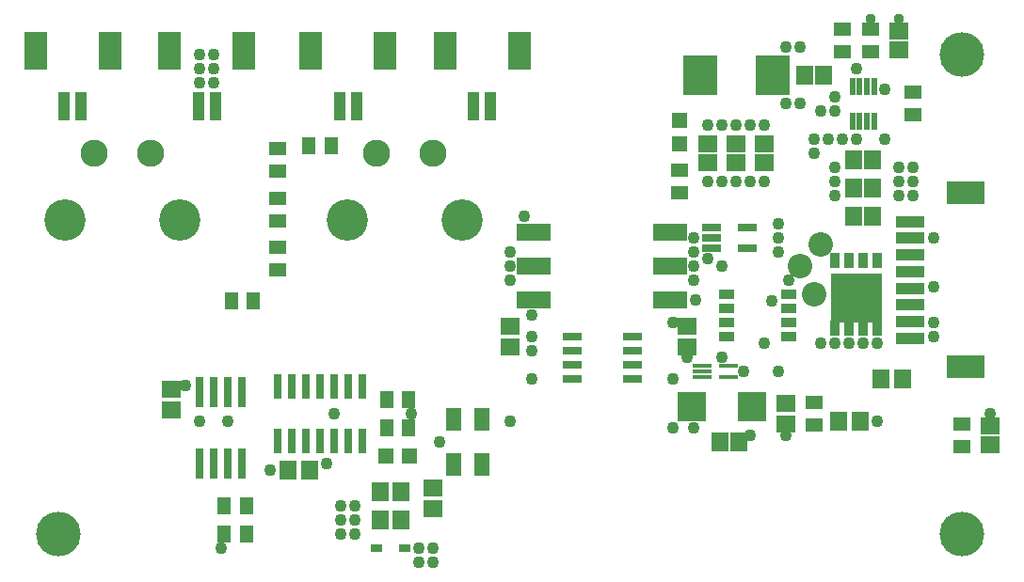
<source format=gts>
G75*
%MOIN*%
%OFA0B0*%
%FSLAX25Y25*%
%IPPOS*%
%LPD*%
%AMOC8*
5,1,8,0,0,1.08239X$1,22.5*
%
%ADD10C,0.15800*%
%ADD11R,0.03950X0.10249*%
%ADD12R,0.07887X0.13792*%
%ADD13R,0.06902X0.03162*%
%ADD14R,0.06706X0.05918*%
%ADD15R,0.05800X0.03300*%
%ADD16R,0.03400X0.05800*%
%ADD17C,0.04300*%
%ADD18R,0.18400X0.17600*%
%ADD19C,0.08674*%
%ADD20R,0.05918X0.06706*%
%ADD21R,0.06312X0.05131*%
%ADD22R,0.12020X0.14186*%
%ADD23R,0.02165X0.06496*%
%ADD24R,0.05524X0.05524*%
%ADD25R,0.05131X0.06312*%
%ADD26R,0.12237X0.06300*%
%ADD27R,0.05524X0.08083*%
%ADD28R,0.04343X0.03162*%
%ADD29R,0.10249X0.03950*%
%ADD30R,0.13792X0.07887*%
%ADD31C,0.14643*%
%ADD32C,0.09658*%
%ADD33R,0.10446X0.02572*%
%ADD34R,0.06509X0.01784*%
%ADD35R,0.03000X0.08600*%
%ADD36R,0.03162X0.10839*%
%ADD37C,0.04343*%
%ADD38C,0.03769*%
D10*
X0052000Y0052000D03*
X0372000Y0052000D03*
X0372000Y0222000D03*
D11*
X0204953Y0203500D03*
X0199047Y0203500D03*
X0157453Y0203500D03*
X0151547Y0203500D03*
X0107453Y0203500D03*
X0101547Y0203500D03*
X0059953Y0203500D03*
X0054047Y0203500D03*
D12*
X0043811Y0223382D03*
X0070189Y0223382D03*
X0091311Y0223382D03*
X0117689Y0223382D03*
X0141311Y0223382D03*
X0167689Y0223382D03*
X0188811Y0223382D03*
X0215189Y0223382D03*
D13*
X0283201Y0160740D03*
X0283201Y0157000D03*
X0283201Y0153260D03*
X0295799Y0153260D03*
X0295799Y0160740D03*
X0255130Y0122000D03*
X0255130Y0117000D03*
X0255130Y0112000D03*
X0255130Y0107000D03*
X0233870Y0107000D03*
X0233870Y0112000D03*
X0233870Y0117000D03*
X0233870Y0122000D03*
D14*
X0212000Y0118260D03*
X0212000Y0125740D03*
X0274500Y0125740D03*
X0274500Y0118260D03*
X0309500Y0098240D03*
X0309500Y0090760D03*
X0382000Y0090346D03*
X0382000Y0083654D03*
X0302000Y0183654D03*
X0292000Y0183654D03*
X0292000Y0190346D03*
X0302000Y0190346D03*
X0282000Y0190346D03*
X0282000Y0183654D03*
X0349500Y0223654D03*
X0349500Y0230346D03*
X0184500Y0068240D03*
X0184500Y0060760D03*
X0092000Y0095760D03*
X0092000Y0103240D03*
D15*
X0288500Y0122000D03*
X0288500Y0127000D03*
X0288500Y0132000D03*
X0288500Y0137000D03*
X0310500Y0137000D03*
X0310500Y0132000D03*
X0310500Y0127000D03*
X0310500Y0122000D03*
D16*
X0327000Y0125000D03*
X0332000Y0125000D03*
X0337000Y0125000D03*
X0342000Y0125000D03*
X0342000Y0149000D03*
X0337000Y0149000D03*
X0332000Y0149000D03*
X0327000Y0149000D03*
D17*
X0329500Y0142000D03*
X0334500Y0142000D03*
X0334500Y0137000D03*
X0334500Y0132000D03*
X0329500Y0132000D03*
X0329500Y0137000D03*
X0339500Y0137000D03*
X0339500Y0132000D03*
X0339500Y0142000D03*
D18*
X0334500Y0135700D03*
D19*
X0319500Y0137000D03*
X0314500Y0147000D03*
X0322000Y0154500D03*
D20*
X0333654Y0164500D03*
X0340346Y0164500D03*
X0340346Y0174500D03*
X0333654Y0174500D03*
X0333654Y0184500D03*
X0340346Y0184500D03*
X0322846Y0214500D03*
X0316154Y0214500D03*
X0343260Y0107000D03*
X0350740Y0107000D03*
X0335740Y0092000D03*
X0328260Y0092000D03*
X0292846Y0084500D03*
X0286154Y0084500D03*
X0173240Y0067000D03*
X0165760Y0067000D03*
X0165760Y0057000D03*
X0173240Y0057000D03*
X0140740Y0074500D03*
X0133260Y0074500D03*
D21*
X0129500Y0145563D03*
X0129500Y0153437D03*
X0129500Y0163063D03*
X0129500Y0170937D03*
X0129500Y0180563D03*
X0129500Y0188437D03*
X0272000Y0180937D03*
X0272000Y0173063D03*
X0329500Y0223063D03*
X0329500Y0230937D03*
X0339500Y0230937D03*
X0339500Y0223063D03*
X0354500Y0208437D03*
X0354500Y0200563D03*
X0319500Y0098437D03*
X0319500Y0090563D03*
X0372000Y0090937D03*
X0372000Y0083063D03*
D22*
X0304894Y0214500D03*
X0279106Y0214500D03*
D23*
X0333161Y0210602D03*
X0335720Y0210602D03*
X0338280Y0210602D03*
X0340839Y0210602D03*
X0340839Y0198398D03*
X0338280Y0198398D03*
X0335720Y0198398D03*
X0333161Y0198398D03*
D24*
X0272000Y0198634D03*
X0272000Y0190366D03*
X0176134Y0079500D03*
X0167866Y0079500D03*
D25*
X0168063Y0089500D03*
X0175937Y0089500D03*
X0175937Y0099500D03*
X0168063Y0099500D03*
X0120937Y0134500D03*
X0113063Y0134500D03*
X0140563Y0189500D03*
X0148437Y0189500D03*
X0118437Y0062000D03*
X0110563Y0062000D03*
X0110563Y0052000D03*
X0118437Y0052000D03*
D26*
X0220281Y0135000D03*
X0220281Y0147000D03*
X0220281Y0159000D03*
X0268719Y0159000D03*
X0268719Y0147000D03*
X0268719Y0135000D03*
D27*
X0202000Y0092472D03*
X0192000Y0092472D03*
X0192000Y0076528D03*
X0202000Y0076528D03*
D28*
X0174421Y0047000D03*
X0164579Y0047000D03*
D29*
X0353500Y0121331D03*
X0353500Y0127236D03*
X0353500Y0133142D03*
X0353500Y0139047D03*
X0353500Y0144953D03*
X0353500Y0150858D03*
X0353500Y0156764D03*
X0353500Y0162669D03*
D30*
X0373382Y0172906D03*
X0373382Y0111094D03*
D31*
X0194750Y0163400D03*
X0154250Y0163400D03*
X0094750Y0163400D03*
X0054250Y0163400D03*
D32*
X0064500Y0187000D03*
X0084500Y0187000D03*
X0164500Y0187000D03*
X0184500Y0187000D03*
D33*
X0276370Y0100839D03*
X0276370Y0098280D03*
X0276370Y0095720D03*
X0276370Y0093161D03*
X0297630Y0093161D03*
X0297630Y0095720D03*
X0297630Y0098280D03*
X0297630Y0100839D03*
D34*
X0289126Y0107531D03*
X0289126Y0111469D03*
X0279874Y0111469D03*
X0279874Y0109500D03*
X0279874Y0107531D03*
D35*
X0159500Y0104200D03*
X0154500Y0104200D03*
X0149500Y0104200D03*
X0144500Y0104200D03*
X0139500Y0104200D03*
X0134500Y0104200D03*
X0129500Y0104200D03*
X0129500Y0084800D03*
X0134500Y0084800D03*
X0139500Y0084800D03*
X0144500Y0084800D03*
X0149500Y0084800D03*
X0154500Y0084800D03*
X0159500Y0084800D03*
D36*
X0117000Y0076902D03*
X0112000Y0076902D03*
X0107000Y0076902D03*
X0102000Y0076902D03*
X0102000Y0102098D03*
X0107000Y0102098D03*
X0112000Y0102098D03*
X0117000Y0102098D03*
D37*
X0112000Y0092000D03*
X0102000Y0092000D03*
X0097000Y0104500D03*
X0127000Y0074500D03*
X0147000Y0077000D03*
X0152000Y0062000D03*
X0157000Y0062000D03*
X0157000Y0057000D03*
X0152000Y0057000D03*
X0152000Y0052000D03*
X0157000Y0052000D03*
X0179500Y0047000D03*
X0184500Y0047000D03*
X0184500Y0042000D03*
X0179500Y0042000D03*
X0187000Y0084500D03*
X0177000Y0094500D03*
X0149500Y0094500D03*
X0212000Y0092000D03*
X0219500Y0107000D03*
X0219500Y0117000D03*
X0219500Y0122000D03*
X0219500Y0129500D03*
X0212000Y0142000D03*
X0212000Y0147000D03*
X0212000Y0152000D03*
X0217000Y0164500D03*
X0269500Y0127000D03*
X0277500Y0135000D03*
X0277000Y0142000D03*
X0277000Y0147000D03*
X0282000Y0149500D03*
X0277000Y0152000D03*
X0277000Y0157000D03*
X0287000Y0147000D03*
X0307000Y0152000D03*
X0307000Y0157000D03*
X0307000Y0162000D03*
X0327000Y0172000D03*
X0327000Y0177000D03*
X0327000Y0182000D03*
X0319500Y0187000D03*
X0319500Y0192000D03*
X0324500Y0192000D03*
X0329500Y0192000D03*
X0334500Y0192000D03*
X0344500Y0192000D03*
X0349500Y0182000D03*
X0354500Y0182000D03*
X0354500Y0177000D03*
X0349500Y0177000D03*
X0349500Y0172000D03*
X0354500Y0172000D03*
X0362000Y0157000D03*
X0362000Y0139500D03*
X0362000Y0127000D03*
X0362000Y0122000D03*
X0342000Y0119500D03*
X0337000Y0119500D03*
X0332000Y0119500D03*
X0327000Y0119500D03*
X0322000Y0119500D03*
X0307000Y0109500D03*
X0294500Y0109500D03*
X0287000Y0114500D03*
X0274500Y0114500D03*
X0269500Y0107000D03*
X0269500Y0089500D03*
X0277000Y0089500D03*
X0297000Y0087000D03*
X0309500Y0087000D03*
X0342000Y0092000D03*
X0382000Y0094500D03*
X0310500Y0142000D03*
X0304500Y0134500D03*
X0302000Y0119500D03*
X0302000Y0177000D03*
X0297000Y0177000D03*
X0292000Y0177000D03*
X0287000Y0177000D03*
X0282000Y0177000D03*
X0282000Y0197000D03*
X0287000Y0197000D03*
X0292000Y0197000D03*
X0297000Y0197000D03*
X0302000Y0197000D03*
X0309500Y0204500D03*
X0314500Y0204500D03*
X0322000Y0202000D03*
X0327000Y0202000D03*
X0327000Y0207000D03*
X0334500Y0217000D03*
X0344500Y0209500D03*
X0314500Y0224500D03*
X0309500Y0224500D03*
X0107000Y0222000D03*
X0107000Y0217000D03*
X0107000Y0212000D03*
X0102000Y0212000D03*
X0102000Y0217000D03*
X0102000Y0222000D03*
X0109500Y0047000D03*
D38*
X0339500Y0234500D03*
X0349500Y0234500D03*
M02*

</source>
